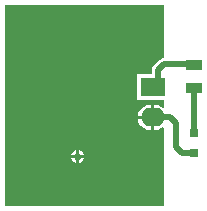
<source format=gbl>
G04*
G04 #@! TF.GenerationSoftware,Altium Limited,Altium Designer,21.8.1 (53)*
G04*
G04 Layer_Physical_Order=2*
G04 Layer_Color=16711680*
%FSLAX25Y25*%
%MOIN*%
G70*
G04*
G04 #@! TF.SameCoordinates,52675C80-909C-4D54-90C7-40A9EC8F54A9*
G04*
G04*
G04 #@! TF.FilePolarity,Positive*
G04*
G01*
G75*
%ADD13R,0.03150X0.03150*%
%ADD14R,0.05709X0.03740*%
%ADD19C,0.01968*%
%ADD20O,0.07874X0.06299*%
%ADD21R,0.07874X0.06299*%
%ADD22C,0.02362*%
G36*
X59055Y55357D02*
X58210Y55189D01*
X57494Y54711D01*
X55525Y52742D01*
X55047Y52026D01*
X54879Y51181D01*
Y49764D01*
X50000D01*
Y41102D01*
X59055D01*
Y38877D01*
X58555Y38630D01*
X57998Y39058D01*
X56989Y39476D01*
X55905Y39619D01*
X55618D01*
Y35433D01*
Y31248D01*
X55905D01*
X56989Y31390D01*
X57998Y31808D01*
X58555Y32236D01*
X59055Y31989D01*
Y5906D01*
X5906D01*
Y72835D01*
X59055D01*
Y55357D01*
D02*
G37*
%LPC*%
G36*
X54618Y39619D02*
X54331D01*
X53247Y39476D01*
X52238Y39058D01*
X51371Y38393D01*
X50706Y37526D01*
X50288Y36516D01*
X50211Y35933D01*
X54618D01*
Y39619D01*
D02*
G37*
G36*
Y34933D02*
X50211D01*
X50288Y34350D01*
X50706Y33340D01*
X51371Y32473D01*
X52238Y31808D01*
X53247Y31390D01*
X54331Y31248D01*
X54618D01*
Y34933D01*
D02*
G37*
G36*
X30716Y24496D02*
Y22842D01*
X32370D01*
X32066Y23578D01*
X31452Y24192D01*
X30716Y24496D01*
D02*
G37*
G36*
X29717D02*
X28981Y24192D01*
X28367Y23578D01*
X28063Y22842D01*
X29717D01*
Y24496D01*
D02*
G37*
G36*
X32370Y21843D02*
X30716D01*
Y20189D01*
X31452Y20493D01*
X32066Y21107D01*
X32370Y21843D01*
D02*
G37*
G36*
X29717D02*
X28063D01*
X28367Y21107D01*
X28981Y20493D01*
X29717Y20189D01*
Y21843D01*
D02*
G37*
%LPD*%
D13*
X68898Y23622D02*
D03*
Y30118D02*
D03*
D14*
Y45374D02*
D03*
Y53051D02*
D03*
D19*
X59055Y53150D02*
X68799D01*
X68898Y53051D01*
X57087Y51181D02*
X59055Y53150D01*
X57087Y47402D02*
Y51181D01*
X55118Y45433D02*
X57087Y47402D01*
X64961Y23622D02*
X68898D01*
X62992Y25591D02*
X64961Y23622D01*
X62992Y25591D02*
Y33465D01*
X61024Y35433D02*
X62992Y33465D01*
X55118Y35433D02*
X61024D01*
X68898Y30118D02*
Y45374D01*
D20*
X55118Y35433D02*
D03*
D21*
Y45433D02*
D03*
D22*
X30217Y22343D02*
D03*
M02*

</source>
